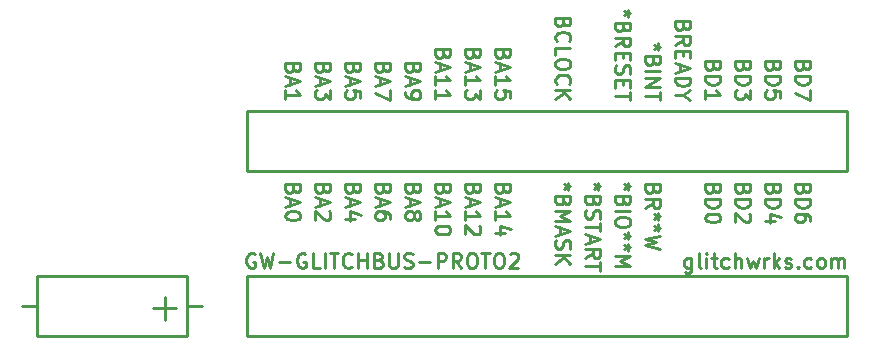
<source format=gbr>
G04 #@! TF.GenerationSoftware,KiCad,Pcbnew,5.1.2*
G04 #@! TF.CreationDate,2020-03-26T11:17:15-04:00*
G04 #@! TF.ProjectId,gw-glitchbus-proto2,67772d67-6c69-4746-9368-6275732d7072,rev?*
G04 #@! TF.SameCoordinates,Original*
G04 #@! TF.FileFunction,Legend,Top*
G04 #@! TF.FilePolarity,Positive*
%FSLAX46Y46*%
G04 Gerber Fmt 4.6, Leading zero omitted, Abs format (unit mm)*
G04 Created by KiCad (PCBNEW 5.1.2) date 2020-03-26 11:17:15*
%MOMM*%
%LPD*%
G04 APERTURE LIST*
%ADD10C,0.254000*%
G04 APERTURE END LIST*
D10*
X176046190Y-147047857D02*
X176046190Y-148075952D01*
X175985714Y-148196904D01*
X175925238Y-148257380D01*
X175804285Y-148317857D01*
X175622857Y-148317857D01*
X175501904Y-148257380D01*
X176046190Y-147834047D02*
X175925238Y-147894523D01*
X175683333Y-147894523D01*
X175562380Y-147834047D01*
X175501904Y-147773571D01*
X175441428Y-147652619D01*
X175441428Y-147289761D01*
X175501904Y-147168809D01*
X175562380Y-147108333D01*
X175683333Y-147047857D01*
X175925238Y-147047857D01*
X176046190Y-147108333D01*
X176832380Y-147894523D02*
X176711428Y-147834047D01*
X176650952Y-147713095D01*
X176650952Y-146624523D01*
X177316190Y-147894523D02*
X177316190Y-147047857D01*
X177316190Y-146624523D02*
X177255714Y-146685000D01*
X177316190Y-146745476D01*
X177376666Y-146685000D01*
X177316190Y-146624523D01*
X177316190Y-146745476D01*
X177739523Y-147047857D02*
X178223333Y-147047857D01*
X177920952Y-146624523D02*
X177920952Y-147713095D01*
X177981428Y-147834047D01*
X178102380Y-147894523D01*
X178223333Y-147894523D01*
X179190952Y-147834047D02*
X179070000Y-147894523D01*
X178828095Y-147894523D01*
X178707142Y-147834047D01*
X178646666Y-147773571D01*
X178586190Y-147652619D01*
X178586190Y-147289761D01*
X178646666Y-147168809D01*
X178707142Y-147108333D01*
X178828095Y-147047857D01*
X179070000Y-147047857D01*
X179190952Y-147108333D01*
X179735238Y-147894523D02*
X179735238Y-146624523D01*
X180279523Y-147894523D02*
X180279523Y-147229285D01*
X180219047Y-147108333D01*
X180098095Y-147047857D01*
X179916666Y-147047857D01*
X179795714Y-147108333D01*
X179735238Y-147168809D01*
X180763333Y-147047857D02*
X181005238Y-147894523D01*
X181247142Y-147289761D01*
X181489047Y-147894523D01*
X181730952Y-147047857D01*
X182214761Y-147894523D02*
X182214761Y-147047857D01*
X182214761Y-147289761D02*
X182275238Y-147168809D01*
X182335714Y-147108333D01*
X182456666Y-147047857D01*
X182577619Y-147047857D01*
X183000952Y-147894523D02*
X183000952Y-146624523D01*
X183121904Y-147410714D02*
X183484761Y-147894523D01*
X183484761Y-147047857D02*
X183000952Y-147531666D01*
X183968571Y-147834047D02*
X184089523Y-147894523D01*
X184331428Y-147894523D01*
X184452380Y-147834047D01*
X184512857Y-147713095D01*
X184512857Y-147652619D01*
X184452380Y-147531666D01*
X184331428Y-147471190D01*
X184150000Y-147471190D01*
X184029047Y-147410714D01*
X183968571Y-147289761D01*
X183968571Y-147229285D01*
X184029047Y-147108333D01*
X184150000Y-147047857D01*
X184331428Y-147047857D01*
X184452380Y-147108333D01*
X185057142Y-147773571D02*
X185117619Y-147834047D01*
X185057142Y-147894523D01*
X184996666Y-147834047D01*
X185057142Y-147773571D01*
X185057142Y-147894523D01*
X186206190Y-147834047D02*
X186085238Y-147894523D01*
X185843333Y-147894523D01*
X185722380Y-147834047D01*
X185661904Y-147773571D01*
X185601428Y-147652619D01*
X185601428Y-147289761D01*
X185661904Y-147168809D01*
X185722380Y-147108333D01*
X185843333Y-147047857D01*
X186085238Y-147047857D01*
X186206190Y-147108333D01*
X186931904Y-147894523D02*
X186810952Y-147834047D01*
X186750476Y-147773571D01*
X186690000Y-147652619D01*
X186690000Y-147289761D01*
X186750476Y-147168809D01*
X186810952Y-147108333D01*
X186931904Y-147047857D01*
X187113333Y-147047857D01*
X187234285Y-147108333D01*
X187294761Y-147168809D01*
X187355238Y-147289761D01*
X187355238Y-147652619D01*
X187294761Y-147773571D01*
X187234285Y-147834047D01*
X187113333Y-147894523D01*
X186931904Y-147894523D01*
X187899523Y-147894523D02*
X187899523Y-147047857D01*
X187899523Y-147168809D02*
X187960000Y-147108333D01*
X188080952Y-147047857D01*
X188262380Y-147047857D01*
X188383333Y-147108333D01*
X188443809Y-147229285D01*
X188443809Y-147894523D01*
X188443809Y-147229285D02*
X188504285Y-147108333D01*
X188625238Y-147047857D01*
X188806666Y-147047857D01*
X188927619Y-147108333D01*
X188988095Y-147229285D01*
X188988095Y-147894523D01*
X139065000Y-146685000D02*
X138944047Y-146624523D01*
X138762619Y-146624523D01*
X138581190Y-146685000D01*
X138460238Y-146805952D01*
X138399761Y-146926904D01*
X138339285Y-147168809D01*
X138339285Y-147350238D01*
X138399761Y-147592142D01*
X138460238Y-147713095D01*
X138581190Y-147834047D01*
X138762619Y-147894523D01*
X138883571Y-147894523D01*
X139065000Y-147834047D01*
X139125476Y-147773571D01*
X139125476Y-147350238D01*
X138883571Y-147350238D01*
X139548809Y-146624523D02*
X139851190Y-147894523D01*
X140093095Y-146987380D01*
X140335000Y-147894523D01*
X140637380Y-146624523D01*
X141121190Y-147410714D02*
X142088809Y-147410714D01*
X143358809Y-146685000D02*
X143237857Y-146624523D01*
X143056428Y-146624523D01*
X142875000Y-146685000D01*
X142754047Y-146805952D01*
X142693571Y-146926904D01*
X142633095Y-147168809D01*
X142633095Y-147350238D01*
X142693571Y-147592142D01*
X142754047Y-147713095D01*
X142875000Y-147834047D01*
X143056428Y-147894523D01*
X143177380Y-147894523D01*
X143358809Y-147834047D01*
X143419285Y-147773571D01*
X143419285Y-147350238D01*
X143177380Y-147350238D01*
X144568333Y-147894523D02*
X143963571Y-147894523D01*
X143963571Y-146624523D01*
X144991666Y-147894523D02*
X144991666Y-146624523D01*
X145415000Y-146624523D02*
X146140714Y-146624523D01*
X145777857Y-147894523D02*
X145777857Y-146624523D01*
X147289761Y-147773571D02*
X147229285Y-147834047D01*
X147047857Y-147894523D01*
X146926904Y-147894523D01*
X146745476Y-147834047D01*
X146624523Y-147713095D01*
X146564047Y-147592142D01*
X146503571Y-147350238D01*
X146503571Y-147168809D01*
X146564047Y-146926904D01*
X146624523Y-146805952D01*
X146745476Y-146685000D01*
X146926904Y-146624523D01*
X147047857Y-146624523D01*
X147229285Y-146685000D01*
X147289761Y-146745476D01*
X147834047Y-147894523D02*
X147834047Y-146624523D01*
X147834047Y-147229285D02*
X148559761Y-147229285D01*
X148559761Y-147894523D02*
X148559761Y-146624523D01*
X149587857Y-147229285D02*
X149769285Y-147289761D01*
X149829761Y-147350238D01*
X149890238Y-147471190D01*
X149890238Y-147652619D01*
X149829761Y-147773571D01*
X149769285Y-147834047D01*
X149648333Y-147894523D01*
X149164523Y-147894523D01*
X149164523Y-146624523D01*
X149587857Y-146624523D01*
X149708809Y-146685000D01*
X149769285Y-146745476D01*
X149829761Y-146866428D01*
X149829761Y-146987380D01*
X149769285Y-147108333D01*
X149708809Y-147168809D01*
X149587857Y-147229285D01*
X149164523Y-147229285D01*
X150434523Y-146624523D02*
X150434523Y-147652619D01*
X150495000Y-147773571D01*
X150555476Y-147834047D01*
X150676428Y-147894523D01*
X150918333Y-147894523D01*
X151039285Y-147834047D01*
X151099761Y-147773571D01*
X151160238Y-147652619D01*
X151160238Y-146624523D01*
X151704523Y-147834047D02*
X151885952Y-147894523D01*
X152188333Y-147894523D01*
X152309285Y-147834047D01*
X152369761Y-147773571D01*
X152430238Y-147652619D01*
X152430238Y-147531666D01*
X152369761Y-147410714D01*
X152309285Y-147350238D01*
X152188333Y-147289761D01*
X151946428Y-147229285D01*
X151825476Y-147168809D01*
X151765000Y-147108333D01*
X151704523Y-146987380D01*
X151704523Y-146866428D01*
X151765000Y-146745476D01*
X151825476Y-146685000D01*
X151946428Y-146624523D01*
X152248809Y-146624523D01*
X152430238Y-146685000D01*
X152974523Y-147410714D02*
X153942142Y-147410714D01*
X154546904Y-147894523D02*
X154546904Y-146624523D01*
X155030714Y-146624523D01*
X155151666Y-146685000D01*
X155212142Y-146745476D01*
X155272619Y-146866428D01*
X155272619Y-147047857D01*
X155212142Y-147168809D01*
X155151666Y-147229285D01*
X155030714Y-147289761D01*
X154546904Y-147289761D01*
X156542619Y-147894523D02*
X156119285Y-147289761D01*
X155816904Y-147894523D02*
X155816904Y-146624523D01*
X156300714Y-146624523D01*
X156421666Y-146685000D01*
X156482142Y-146745476D01*
X156542619Y-146866428D01*
X156542619Y-147047857D01*
X156482142Y-147168809D01*
X156421666Y-147229285D01*
X156300714Y-147289761D01*
X155816904Y-147289761D01*
X157328809Y-146624523D02*
X157570714Y-146624523D01*
X157691666Y-146685000D01*
X157812619Y-146805952D01*
X157873095Y-147047857D01*
X157873095Y-147471190D01*
X157812619Y-147713095D01*
X157691666Y-147834047D01*
X157570714Y-147894523D01*
X157328809Y-147894523D01*
X157207857Y-147834047D01*
X157086904Y-147713095D01*
X157026428Y-147471190D01*
X157026428Y-147047857D01*
X157086904Y-146805952D01*
X157207857Y-146685000D01*
X157328809Y-146624523D01*
X158235952Y-146624523D02*
X158961666Y-146624523D01*
X158598809Y-147894523D02*
X158598809Y-146624523D01*
X159626904Y-146624523D02*
X159868809Y-146624523D01*
X159989761Y-146685000D01*
X160110714Y-146805952D01*
X160171190Y-147047857D01*
X160171190Y-147471190D01*
X160110714Y-147713095D01*
X159989761Y-147834047D01*
X159868809Y-147894523D01*
X159626904Y-147894523D01*
X159505952Y-147834047D01*
X159385000Y-147713095D01*
X159324523Y-147471190D01*
X159324523Y-147047857D01*
X159385000Y-146805952D01*
X159505952Y-146685000D01*
X159626904Y-146624523D01*
X160655000Y-146745476D02*
X160715476Y-146685000D01*
X160836428Y-146624523D01*
X161138809Y-146624523D01*
X161259761Y-146685000D01*
X161320238Y-146745476D01*
X161380714Y-146866428D01*
X161380714Y-146987380D01*
X161320238Y-147168809D01*
X160594523Y-147894523D01*
X161380714Y-147894523D01*
X185510714Y-130796090D02*
X185450238Y-130977519D01*
X185389761Y-131037995D01*
X185268809Y-131098471D01*
X185087380Y-131098471D01*
X184966428Y-131037995D01*
X184905952Y-130977519D01*
X184845476Y-130856566D01*
X184845476Y-130372757D01*
X186115476Y-130372757D01*
X186115476Y-130796090D01*
X186055000Y-130917042D01*
X185994523Y-130977519D01*
X185873571Y-131037995D01*
X185752619Y-131037995D01*
X185631666Y-130977519D01*
X185571190Y-130917042D01*
X185510714Y-130796090D01*
X185510714Y-130372757D01*
X184845476Y-131642757D02*
X186115476Y-131642757D01*
X186115476Y-131945138D01*
X186055000Y-132126566D01*
X185934047Y-132247519D01*
X185813095Y-132307995D01*
X185571190Y-132368471D01*
X185389761Y-132368471D01*
X185147857Y-132307995D01*
X185026904Y-132247519D01*
X184905952Y-132126566D01*
X184845476Y-131945138D01*
X184845476Y-131642757D01*
X186115476Y-132791804D02*
X186115476Y-133638471D01*
X184845476Y-133094185D01*
X182970714Y-130796090D02*
X182910238Y-130977519D01*
X182849761Y-131037995D01*
X182728809Y-131098471D01*
X182547380Y-131098471D01*
X182426428Y-131037995D01*
X182365952Y-130977519D01*
X182305476Y-130856566D01*
X182305476Y-130372757D01*
X183575476Y-130372757D01*
X183575476Y-130796090D01*
X183515000Y-130917042D01*
X183454523Y-130977519D01*
X183333571Y-131037995D01*
X183212619Y-131037995D01*
X183091666Y-130977519D01*
X183031190Y-130917042D01*
X182970714Y-130796090D01*
X182970714Y-130372757D01*
X182305476Y-131642757D02*
X183575476Y-131642757D01*
X183575476Y-131945138D01*
X183515000Y-132126566D01*
X183394047Y-132247519D01*
X183273095Y-132307995D01*
X183031190Y-132368471D01*
X182849761Y-132368471D01*
X182607857Y-132307995D01*
X182486904Y-132247519D01*
X182365952Y-132126566D01*
X182305476Y-131945138D01*
X182305476Y-131642757D01*
X183575476Y-133517519D02*
X183575476Y-132912757D01*
X182970714Y-132852280D01*
X183031190Y-132912757D01*
X183091666Y-133033709D01*
X183091666Y-133336090D01*
X183031190Y-133457042D01*
X182970714Y-133517519D01*
X182849761Y-133577995D01*
X182547380Y-133577995D01*
X182426428Y-133517519D01*
X182365952Y-133457042D01*
X182305476Y-133336090D01*
X182305476Y-133033709D01*
X182365952Y-132912757D01*
X182426428Y-132852280D01*
X180430714Y-130796090D02*
X180370238Y-130977519D01*
X180309761Y-131037995D01*
X180188809Y-131098471D01*
X180007380Y-131098471D01*
X179886428Y-131037995D01*
X179825952Y-130977519D01*
X179765476Y-130856566D01*
X179765476Y-130372757D01*
X181035476Y-130372757D01*
X181035476Y-130796090D01*
X180975000Y-130917042D01*
X180914523Y-130977519D01*
X180793571Y-131037995D01*
X180672619Y-131037995D01*
X180551666Y-130977519D01*
X180491190Y-130917042D01*
X180430714Y-130796090D01*
X180430714Y-130372757D01*
X179765476Y-131642757D02*
X181035476Y-131642757D01*
X181035476Y-131945138D01*
X180975000Y-132126566D01*
X180854047Y-132247519D01*
X180733095Y-132307995D01*
X180491190Y-132368471D01*
X180309761Y-132368471D01*
X180067857Y-132307995D01*
X179946904Y-132247519D01*
X179825952Y-132126566D01*
X179765476Y-131945138D01*
X179765476Y-131642757D01*
X181035476Y-132791804D02*
X181035476Y-133577995D01*
X180551666Y-133154661D01*
X180551666Y-133336090D01*
X180491190Y-133457042D01*
X180430714Y-133517519D01*
X180309761Y-133577995D01*
X180007380Y-133577995D01*
X179886428Y-133517519D01*
X179825952Y-133457042D01*
X179765476Y-133336090D01*
X179765476Y-132973233D01*
X179825952Y-132852280D01*
X179886428Y-132791804D01*
X177890714Y-130796090D02*
X177830238Y-130977519D01*
X177769761Y-131037995D01*
X177648809Y-131098471D01*
X177467380Y-131098471D01*
X177346428Y-131037995D01*
X177285952Y-130977519D01*
X177225476Y-130856566D01*
X177225476Y-130372757D01*
X178495476Y-130372757D01*
X178495476Y-130796090D01*
X178435000Y-130917042D01*
X178374523Y-130977519D01*
X178253571Y-131037995D01*
X178132619Y-131037995D01*
X178011666Y-130977519D01*
X177951190Y-130917042D01*
X177890714Y-130796090D01*
X177890714Y-130372757D01*
X177225476Y-131642757D02*
X178495476Y-131642757D01*
X178495476Y-131945138D01*
X178435000Y-132126566D01*
X178314047Y-132247519D01*
X178193095Y-132307995D01*
X177951190Y-132368471D01*
X177769761Y-132368471D01*
X177527857Y-132307995D01*
X177406904Y-132247519D01*
X177285952Y-132126566D01*
X177225476Y-131945138D01*
X177225476Y-131642757D01*
X177225476Y-133577995D02*
X177225476Y-132852280D01*
X177225476Y-133215138D02*
X178495476Y-133215138D01*
X178314047Y-133094185D01*
X178193095Y-132973233D01*
X178132619Y-132852280D01*
X175350714Y-127409423D02*
X175290238Y-127590852D01*
X175229761Y-127651328D01*
X175108809Y-127711804D01*
X174927380Y-127711804D01*
X174806428Y-127651328D01*
X174745952Y-127590852D01*
X174685476Y-127469900D01*
X174685476Y-126986090D01*
X175955476Y-126986090D01*
X175955476Y-127409423D01*
X175895000Y-127530376D01*
X175834523Y-127590852D01*
X175713571Y-127651328D01*
X175592619Y-127651328D01*
X175471666Y-127590852D01*
X175411190Y-127530376D01*
X175350714Y-127409423D01*
X175350714Y-126986090D01*
X174685476Y-128981804D02*
X175290238Y-128558471D01*
X174685476Y-128256090D02*
X175955476Y-128256090D01*
X175955476Y-128739900D01*
X175895000Y-128860852D01*
X175834523Y-128921328D01*
X175713571Y-128981804D01*
X175532142Y-128981804D01*
X175411190Y-128921328D01*
X175350714Y-128860852D01*
X175290238Y-128739900D01*
X175290238Y-128256090D01*
X175350714Y-129526090D02*
X175350714Y-129949423D01*
X174685476Y-130130852D02*
X174685476Y-129526090D01*
X175955476Y-129526090D01*
X175955476Y-130130852D01*
X175048333Y-130614661D02*
X175048333Y-131219423D01*
X174685476Y-130493709D02*
X175955476Y-130917042D01*
X174685476Y-131340376D01*
X174685476Y-131763709D02*
X175955476Y-131763709D01*
X175955476Y-132066090D01*
X175895000Y-132247519D01*
X175774047Y-132368471D01*
X175653095Y-132428947D01*
X175411190Y-132489423D01*
X175229761Y-132489423D01*
X174987857Y-132428947D01*
X174866904Y-132368471D01*
X174745952Y-132247519D01*
X174685476Y-132066090D01*
X174685476Y-131763709D01*
X175290238Y-133275614D02*
X174685476Y-133275614D01*
X175955476Y-132852280D02*
X175290238Y-133275614D01*
X175955476Y-133698947D01*
X173415476Y-129163233D02*
X173113095Y-129163233D01*
X173234047Y-128860852D02*
X173113095Y-129163233D01*
X173234047Y-129465614D01*
X172871190Y-128981804D02*
X173113095Y-129163233D01*
X172871190Y-129344661D01*
X172810714Y-130372757D02*
X172750238Y-130554185D01*
X172689761Y-130614661D01*
X172568809Y-130675138D01*
X172387380Y-130675138D01*
X172266428Y-130614661D01*
X172205952Y-130554185D01*
X172145476Y-130433233D01*
X172145476Y-129949423D01*
X173415476Y-129949423D01*
X173415476Y-130372757D01*
X173355000Y-130493709D01*
X173294523Y-130554185D01*
X173173571Y-130614661D01*
X173052619Y-130614661D01*
X172931666Y-130554185D01*
X172871190Y-130493709D01*
X172810714Y-130372757D01*
X172810714Y-129949423D01*
X172145476Y-131219423D02*
X173415476Y-131219423D01*
X172145476Y-131824185D02*
X173415476Y-131824185D01*
X172145476Y-132549900D01*
X173415476Y-132549900D01*
X173415476Y-132973233D02*
X173415476Y-133698947D01*
X172145476Y-133336090D02*
X173415476Y-133336090D01*
X165190714Y-127107042D02*
X165130238Y-127288471D01*
X165069761Y-127348947D01*
X164948809Y-127409423D01*
X164767380Y-127409423D01*
X164646428Y-127348947D01*
X164585952Y-127288471D01*
X164525476Y-127167519D01*
X164525476Y-126683709D01*
X165795476Y-126683709D01*
X165795476Y-127107042D01*
X165735000Y-127227995D01*
X165674523Y-127288471D01*
X165553571Y-127348947D01*
X165432619Y-127348947D01*
X165311666Y-127288471D01*
X165251190Y-127227995D01*
X165190714Y-127107042D01*
X165190714Y-126683709D01*
X164646428Y-128679423D02*
X164585952Y-128618947D01*
X164525476Y-128437519D01*
X164525476Y-128316566D01*
X164585952Y-128135138D01*
X164706904Y-128014185D01*
X164827857Y-127953709D01*
X165069761Y-127893233D01*
X165251190Y-127893233D01*
X165493095Y-127953709D01*
X165614047Y-128014185D01*
X165735000Y-128135138D01*
X165795476Y-128316566D01*
X165795476Y-128437519D01*
X165735000Y-128618947D01*
X165674523Y-128679423D01*
X164525476Y-129828471D02*
X164525476Y-129223709D01*
X165795476Y-129223709D01*
X165795476Y-130493709D02*
X165795476Y-130735614D01*
X165735000Y-130856566D01*
X165614047Y-130977519D01*
X165372142Y-131037995D01*
X164948809Y-131037995D01*
X164706904Y-130977519D01*
X164585952Y-130856566D01*
X164525476Y-130735614D01*
X164525476Y-130493709D01*
X164585952Y-130372757D01*
X164706904Y-130251804D01*
X164948809Y-130191328D01*
X165372142Y-130191328D01*
X165614047Y-130251804D01*
X165735000Y-130372757D01*
X165795476Y-130493709D01*
X164646428Y-132307995D02*
X164585952Y-132247519D01*
X164525476Y-132066090D01*
X164525476Y-131945138D01*
X164585952Y-131763709D01*
X164706904Y-131642757D01*
X164827857Y-131582280D01*
X165069761Y-131521804D01*
X165251190Y-131521804D01*
X165493095Y-131582280D01*
X165614047Y-131642757D01*
X165735000Y-131763709D01*
X165795476Y-131945138D01*
X165795476Y-132066090D01*
X165735000Y-132247519D01*
X165674523Y-132307995D01*
X164525476Y-132852280D02*
X165795476Y-132852280D01*
X164525476Y-133577995D02*
X165251190Y-133033709D01*
X165795476Y-133577995D02*
X165069761Y-132852280D01*
X160110714Y-129767995D02*
X160050238Y-129949423D01*
X159989761Y-130009900D01*
X159868809Y-130070376D01*
X159687380Y-130070376D01*
X159566428Y-130009900D01*
X159505952Y-129949423D01*
X159445476Y-129828471D01*
X159445476Y-129344661D01*
X160715476Y-129344661D01*
X160715476Y-129767995D01*
X160655000Y-129888947D01*
X160594523Y-129949423D01*
X160473571Y-130009900D01*
X160352619Y-130009900D01*
X160231666Y-129949423D01*
X160171190Y-129888947D01*
X160110714Y-129767995D01*
X160110714Y-129344661D01*
X159808333Y-130554185D02*
X159808333Y-131158947D01*
X159445476Y-130433233D02*
X160715476Y-130856566D01*
X159445476Y-131279900D01*
X159445476Y-132368471D02*
X159445476Y-131642757D01*
X159445476Y-132005614D02*
X160715476Y-132005614D01*
X160534047Y-131884661D01*
X160413095Y-131763709D01*
X160352619Y-131642757D01*
X160715476Y-133517519D02*
X160715476Y-132912757D01*
X160110714Y-132852280D01*
X160171190Y-132912757D01*
X160231666Y-133033709D01*
X160231666Y-133336090D01*
X160171190Y-133457042D01*
X160110714Y-133517519D01*
X159989761Y-133577995D01*
X159687380Y-133577995D01*
X159566428Y-133517519D01*
X159505952Y-133457042D01*
X159445476Y-133336090D01*
X159445476Y-133033709D01*
X159505952Y-132912757D01*
X159566428Y-132852280D01*
X157570714Y-129767995D02*
X157510238Y-129949423D01*
X157449761Y-130009900D01*
X157328809Y-130070376D01*
X157147380Y-130070376D01*
X157026428Y-130009900D01*
X156965952Y-129949423D01*
X156905476Y-129828471D01*
X156905476Y-129344661D01*
X158175476Y-129344661D01*
X158175476Y-129767995D01*
X158115000Y-129888947D01*
X158054523Y-129949423D01*
X157933571Y-130009900D01*
X157812619Y-130009900D01*
X157691666Y-129949423D01*
X157631190Y-129888947D01*
X157570714Y-129767995D01*
X157570714Y-129344661D01*
X157268333Y-130554185D02*
X157268333Y-131158947D01*
X156905476Y-130433233D02*
X158175476Y-130856566D01*
X156905476Y-131279900D01*
X156905476Y-132368471D02*
X156905476Y-131642757D01*
X156905476Y-132005614D02*
X158175476Y-132005614D01*
X157994047Y-131884661D01*
X157873095Y-131763709D01*
X157812619Y-131642757D01*
X158175476Y-132791804D02*
X158175476Y-133577995D01*
X157691666Y-133154661D01*
X157691666Y-133336090D01*
X157631190Y-133457042D01*
X157570714Y-133517519D01*
X157449761Y-133577995D01*
X157147380Y-133577995D01*
X157026428Y-133517519D01*
X156965952Y-133457042D01*
X156905476Y-133336090D01*
X156905476Y-132973233D01*
X156965952Y-132852280D01*
X157026428Y-132791804D01*
X155030714Y-129767995D02*
X154970238Y-129949423D01*
X154909761Y-130009900D01*
X154788809Y-130070376D01*
X154607380Y-130070376D01*
X154486428Y-130009900D01*
X154425952Y-129949423D01*
X154365476Y-129828471D01*
X154365476Y-129344661D01*
X155635476Y-129344661D01*
X155635476Y-129767995D01*
X155575000Y-129888947D01*
X155514523Y-129949423D01*
X155393571Y-130009900D01*
X155272619Y-130009900D01*
X155151666Y-129949423D01*
X155091190Y-129888947D01*
X155030714Y-129767995D01*
X155030714Y-129344661D01*
X154728333Y-130554185D02*
X154728333Y-131158947D01*
X154365476Y-130433233D02*
X155635476Y-130856566D01*
X154365476Y-131279900D01*
X154365476Y-132368471D02*
X154365476Y-131642757D01*
X154365476Y-132005614D02*
X155635476Y-132005614D01*
X155454047Y-131884661D01*
X155333095Y-131763709D01*
X155272619Y-131642757D01*
X154365476Y-133577995D02*
X154365476Y-132852280D01*
X154365476Y-133215138D02*
X155635476Y-133215138D01*
X155454047Y-133094185D01*
X155333095Y-132973233D01*
X155272619Y-132852280D01*
X152490714Y-130977519D02*
X152430238Y-131158947D01*
X152369761Y-131219423D01*
X152248809Y-131279900D01*
X152067380Y-131279900D01*
X151946428Y-131219423D01*
X151885952Y-131158947D01*
X151825476Y-131037995D01*
X151825476Y-130554185D01*
X153095476Y-130554185D01*
X153095476Y-130977519D01*
X153035000Y-131098471D01*
X152974523Y-131158947D01*
X152853571Y-131219423D01*
X152732619Y-131219423D01*
X152611666Y-131158947D01*
X152551190Y-131098471D01*
X152490714Y-130977519D01*
X152490714Y-130554185D01*
X152188333Y-131763709D02*
X152188333Y-132368471D01*
X151825476Y-131642757D02*
X153095476Y-132066090D01*
X151825476Y-132489423D01*
X151825476Y-132973233D02*
X151825476Y-133215138D01*
X151885952Y-133336090D01*
X151946428Y-133396566D01*
X152127857Y-133517519D01*
X152369761Y-133577995D01*
X152853571Y-133577995D01*
X152974523Y-133517519D01*
X153035000Y-133457042D01*
X153095476Y-133336090D01*
X153095476Y-133094185D01*
X153035000Y-132973233D01*
X152974523Y-132912757D01*
X152853571Y-132852280D01*
X152551190Y-132852280D01*
X152430238Y-132912757D01*
X152369761Y-132973233D01*
X152309285Y-133094185D01*
X152309285Y-133336090D01*
X152369761Y-133457042D01*
X152430238Y-133517519D01*
X152551190Y-133577995D01*
X149950714Y-130977519D02*
X149890238Y-131158947D01*
X149829761Y-131219423D01*
X149708809Y-131279900D01*
X149527380Y-131279900D01*
X149406428Y-131219423D01*
X149345952Y-131158947D01*
X149285476Y-131037995D01*
X149285476Y-130554185D01*
X150555476Y-130554185D01*
X150555476Y-130977519D01*
X150495000Y-131098471D01*
X150434523Y-131158947D01*
X150313571Y-131219423D01*
X150192619Y-131219423D01*
X150071666Y-131158947D01*
X150011190Y-131098471D01*
X149950714Y-130977519D01*
X149950714Y-130554185D01*
X149648333Y-131763709D02*
X149648333Y-132368471D01*
X149285476Y-131642757D02*
X150555476Y-132066090D01*
X149285476Y-132489423D01*
X150555476Y-132791804D02*
X150555476Y-133638471D01*
X149285476Y-133094185D01*
X147410714Y-130977519D02*
X147350238Y-131158947D01*
X147289761Y-131219423D01*
X147168809Y-131279900D01*
X146987380Y-131279900D01*
X146866428Y-131219423D01*
X146805952Y-131158947D01*
X146745476Y-131037995D01*
X146745476Y-130554185D01*
X148015476Y-130554185D01*
X148015476Y-130977519D01*
X147955000Y-131098471D01*
X147894523Y-131158947D01*
X147773571Y-131219423D01*
X147652619Y-131219423D01*
X147531666Y-131158947D01*
X147471190Y-131098471D01*
X147410714Y-130977519D01*
X147410714Y-130554185D01*
X147108333Y-131763709D02*
X147108333Y-132368471D01*
X146745476Y-131642757D02*
X148015476Y-132066090D01*
X146745476Y-132489423D01*
X148015476Y-133517519D02*
X148015476Y-132912757D01*
X147410714Y-132852280D01*
X147471190Y-132912757D01*
X147531666Y-133033709D01*
X147531666Y-133336090D01*
X147471190Y-133457042D01*
X147410714Y-133517519D01*
X147289761Y-133577995D01*
X146987380Y-133577995D01*
X146866428Y-133517519D01*
X146805952Y-133457042D01*
X146745476Y-133336090D01*
X146745476Y-133033709D01*
X146805952Y-132912757D01*
X146866428Y-132852280D01*
X144870714Y-130977519D02*
X144810238Y-131158947D01*
X144749761Y-131219423D01*
X144628809Y-131279900D01*
X144447380Y-131279900D01*
X144326428Y-131219423D01*
X144265952Y-131158947D01*
X144205476Y-131037995D01*
X144205476Y-130554185D01*
X145475476Y-130554185D01*
X145475476Y-130977519D01*
X145415000Y-131098471D01*
X145354523Y-131158947D01*
X145233571Y-131219423D01*
X145112619Y-131219423D01*
X144991666Y-131158947D01*
X144931190Y-131098471D01*
X144870714Y-130977519D01*
X144870714Y-130554185D01*
X144568333Y-131763709D02*
X144568333Y-132368471D01*
X144205476Y-131642757D02*
X145475476Y-132066090D01*
X144205476Y-132489423D01*
X145475476Y-132791804D02*
X145475476Y-133577995D01*
X144991666Y-133154661D01*
X144991666Y-133336090D01*
X144931190Y-133457042D01*
X144870714Y-133517519D01*
X144749761Y-133577995D01*
X144447380Y-133577995D01*
X144326428Y-133517519D01*
X144265952Y-133457042D01*
X144205476Y-133336090D01*
X144205476Y-132973233D01*
X144265952Y-132852280D01*
X144326428Y-132791804D01*
X142330714Y-130977519D02*
X142270238Y-131158947D01*
X142209761Y-131219423D01*
X142088809Y-131279900D01*
X141907380Y-131279900D01*
X141786428Y-131219423D01*
X141725952Y-131158947D01*
X141665476Y-131037995D01*
X141665476Y-130554185D01*
X142935476Y-130554185D01*
X142935476Y-130977519D01*
X142875000Y-131098471D01*
X142814523Y-131158947D01*
X142693571Y-131219423D01*
X142572619Y-131219423D01*
X142451666Y-131158947D01*
X142391190Y-131098471D01*
X142330714Y-130977519D01*
X142330714Y-130554185D01*
X142028333Y-131763709D02*
X142028333Y-132368471D01*
X141665476Y-131642757D02*
X142935476Y-132066090D01*
X141665476Y-132489423D01*
X141665476Y-133577995D02*
X141665476Y-132852280D01*
X141665476Y-133215138D02*
X142935476Y-133215138D01*
X142754047Y-133094185D01*
X142633095Y-132973233D01*
X142572619Y-132852280D01*
X185510714Y-141225814D02*
X185450238Y-141407242D01*
X185389761Y-141467719D01*
X185268809Y-141528195D01*
X185087380Y-141528195D01*
X184966428Y-141467719D01*
X184905952Y-141407242D01*
X184845476Y-141286290D01*
X184845476Y-140802480D01*
X186115476Y-140802480D01*
X186115476Y-141225814D01*
X186055000Y-141346766D01*
X185994523Y-141407242D01*
X185873571Y-141467719D01*
X185752619Y-141467719D01*
X185631666Y-141407242D01*
X185571190Y-141346766D01*
X185510714Y-141225814D01*
X185510714Y-140802480D01*
X184845476Y-142072480D02*
X186115476Y-142072480D01*
X186115476Y-142374861D01*
X186055000Y-142556290D01*
X185934047Y-142677242D01*
X185813095Y-142737719D01*
X185571190Y-142798195D01*
X185389761Y-142798195D01*
X185147857Y-142737719D01*
X185026904Y-142677242D01*
X184905952Y-142556290D01*
X184845476Y-142374861D01*
X184845476Y-142072480D01*
X186115476Y-143886766D02*
X186115476Y-143644861D01*
X186055000Y-143523909D01*
X185994523Y-143463433D01*
X185813095Y-143342480D01*
X185571190Y-143282004D01*
X185087380Y-143282004D01*
X184966428Y-143342480D01*
X184905952Y-143402957D01*
X184845476Y-143523909D01*
X184845476Y-143765814D01*
X184905952Y-143886766D01*
X184966428Y-143947242D01*
X185087380Y-144007719D01*
X185389761Y-144007719D01*
X185510714Y-143947242D01*
X185571190Y-143886766D01*
X185631666Y-143765814D01*
X185631666Y-143523909D01*
X185571190Y-143402957D01*
X185510714Y-143342480D01*
X185389761Y-143282004D01*
X182970714Y-141225814D02*
X182910238Y-141407242D01*
X182849761Y-141467719D01*
X182728809Y-141528195D01*
X182547380Y-141528195D01*
X182426428Y-141467719D01*
X182365952Y-141407242D01*
X182305476Y-141286290D01*
X182305476Y-140802480D01*
X183575476Y-140802480D01*
X183575476Y-141225814D01*
X183515000Y-141346766D01*
X183454523Y-141407242D01*
X183333571Y-141467719D01*
X183212619Y-141467719D01*
X183091666Y-141407242D01*
X183031190Y-141346766D01*
X182970714Y-141225814D01*
X182970714Y-140802480D01*
X182305476Y-142072480D02*
X183575476Y-142072480D01*
X183575476Y-142374861D01*
X183515000Y-142556290D01*
X183394047Y-142677242D01*
X183273095Y-142737719D01*
X183031190Y-142798195D01*
X182849761Y-142798195D01*
X182607857Y-142737719D01*
X182486904Y-142677242D01*
X182365952Y-142556290D01*
X182305476Y-142374861D01*
X182305476Y-142072480D01*
X183152142Y-143886766D02*
X182305476Y-143886766D01*
X183635952Y-143584385D02*
X182728809Y-143282004D01*
X182728809Y-144068195D01*
X180430714Y-141225814D02*
X180370238Y-141407242D01*
X180309761Y-141467719D01*
X180188809Y-141528195D01*
X180007380Y-141528195D01*
X179886428Y-141467719D01*
X179825952Y-141407242D01*
X179765476Y-141286290D01*
X179765476Y-140802480D01*
X181035476Y-140802480D01*
X181035476Y-141225814D01*
X180975000Y-141346766D01*
X180914523Y-141407242D01*
X180793571Y-141467719D01*
X180672619Y-141467719D01*
X180551666Y-141407242D01*
X180491190Y-141346766D01*
X180430714Y-141225814D01*
X180430714Y-140802480D01*
X179765476Y-142072480D02*
X181035476Y-142072480D01*
X181035476Y-142374861D01*
X180975000Y-142556290D01*
X180854047Y-142677242D01*
X180733095Y-142737719D01*
X180491190Y-142798195D01*
X180309761Y-142798195D01*
X180067857Y-142737719D01*
X179946904Y-142677242D01*
X179825952Y-142556290D01*
X179765476Y-142374861D01*
X179765476Y-142072480D01*
X180914523Y-143282004D02*
X180975000Y-143342480D01*
X181035476Y-143463433D01*
X181035476Y-143765814D01*
X180975000Y-143886766D01*
X180914523Y-143947242D01*
X180793571Y-144007719D01*
X180672619Y-144007719D01*
X180491190Y-143947242D01*
X179765476Y-143221528D01*
X179765476Y-144007719D01*
X177890714Y-141225814D02*
X177830238Y-141407242D01*
X177769761Y-141467719D01*
X177648809Y-141528195D01*
X177467380Y-141528195D01*
X177346428Y-141467719D01*
X177285952Y-141407242D01*
X177225476Y-141286290D01*
X177225476Y-140802480D01*
X178495476Y-140802480D01*
X178495476Y-141225814D01*
X178435000Y-141346766D01*
X178374523Y-141407242D01*
X178253571Y-141467719D01*
X178132619Y-141467719D01*
X178011666Y-141407242D01*
X177951190Y-141346766D01*
X177890714Y-141225814D01*
X177890714Y-140802480D01*
X177225476Y-142072480D02*
X178495476Y-142072480D01*
X178495476Y-142374861D01*
X178435000Y-142556290D01*
X178314047Y-142677242D01*
X178193095Y-142737719D01*
X177951190Y-142798195D01*
X177769761Y-142798195D01*
X177527857Y-142737719D01*
X177406904Y-142677242D01*
X177285952Y-142556290D01*
X177225476Y-142374861D01*
X177225476Y-142072480D01*
X178495476Y-143584385D02*
X178495476Y-143705338D01*
X178435000Y-143826290D01*
X178374523Y-143886766D01*
X178253571Y-143947242D01*
X178011666Y-144007719D01*
X177709285Y-144007719D01*
X177467380Y-143947242D01*
X177346428Y-143886766D01*
X177285952Y-143826290D01*
X177225476Y-143705338D01*
X177225476Y-143584385D01*
X177285952Y-143463433D01*
X177346428Y-143402957D01*
X177467380Y-143342480D01*
X177709285Y-143282004D01*
X178011666Y-143282004D01*
X178253571Y-143342480D01*
X178374523Y-143402957D01*
X178435000Y-143463433D01*
X178495476Y-143584385D01*
X172810714Y-141225814D02*
X172750238Y-141407242D01*
X172689761Y-141467719D01*
X172568809Y-141528195D01*
X172387380Y-141528195D01*
X172266428Y-141467719D01*
X172205952Y-141407242D01*
X172145476Y-141286290D01*
X172145476Y-140802480D01*
X173415476Y-140802480D01*
X173415476Y-141225814D01*
X173355000Y-141346766D01*
X173294523Y-141407242D01*
X173173571Y-141467719D01*
X173052619Y-141467719D01*
X172931666Y-141407242D01*
X172871190Y-141346766D01*
X172810714Y-141225814D01*
X172810714Y-140802480D01*
X172145476Y-142798195D02*
X172750238Y-142374861D01*
X172145476Y-142072480D02*
X173415476Y-142072480D01*
X173415476Y-142556290D01*
X173355000Y-142677242D01*
X173294523Y-142737719D01*
X173173571Y-142798195D01*
X172992142Y-142798195D01*
X172871190Y-142737719D01*
X172810714Y-142677242D01*
X172750238Y-142556290D01*
X172750238Y-142072480D01*
X173415476Y-143523909D02*
X173113095Y-143523909D01*
X173234047Y-143221528D02*
X173113095Y-143523909D01*
X173234047Y-143826290D01*
X172871190Y-143342480D02*
X173113095Y-143523909D01*
X172871190Y-143705338D01*
X173415476Y-144491528D02*
X173113095Y-144491528D01*
X173234047Y-144189147D02*
X173113095Y-144491528D01*
X173234047Y-144793909D01*
X172871190Y-144310100D02*
X173113095Y-144491528D01*
X172871190Y-144672957D01*
X173415476Y-145156766D02*
X172145476Y-145459147D01*
X173052619Y-145701052D01*
X172145476Y-145942957D01*
X173415476Y-146245338D01*
X168335476Y-140983909D02*
X168033095Y-140983909D01*
X168154047Y-140681528D02*
X168033095Y-140983909D01*
X168154047Y-141286290D01*
X167791190Y-140802480D02*
X168033095Y-140983909D01*
X167791190Y-141165338D01*
X167730714Y-142193433D02*
X167670238Y-142374861D01*
X167609761Y-142435338D01*
X167488809Y-142495814D01*
X167307380Y-142495814D01*
X167186428Y-142435338D01*
X167125952Y-142374861D01*
X167065476Y-142253909D01*
X167065476Y-141770100D01*
X168335476Y-141770100D01*
X168335476Y-142193433D01*
X168275000Y-142314385D01*
X168214523Y-142374861D01*
X168093571Y-142435338D01*
X167972619Y-142435338D01*
X167851666Y-142374861D01*
X167791190Y-142314385D01*
X167730714Y-142193433D01*
X167730714Y-141770100D01*
X167125952Y-142979623D02*
X167065476Y-143161052D01*
X167065476Y-143463433D01*
X167125952Y-143584385D01*
X167186428Y-143644861D01*
X167307380Y-143705338D01*
X167428333Y-143705338D01*
X167549285Y-143644861D01*
X167609761Y-143584385D01*
X167670238Y-143463433D01*
X167730714Y-143221528D01*
X167791190Y-143100576D01*
X167851666Y-143040100D01*
X167972619Y-142979623D01*
X168093571Y-142979623D01*
X168214523Y-143040100D01*
X168275000Y-143100576D01*
X168335476Y-143221528D01*
X168335476Y-143523909D01*
X168275000Y-143705338D01*
X168335476Y-144068195D02*
X168335476Y-144793909D01*
X167065476Y-144431052D02*
X168335476Y-144431052D01*
X167428333Y-145156766D02*
X167428333Y-145761528D01*
X167065476Y-145035814D02*
X168335476Y-145459147D01*
X167065476Y-145882480D01*
X167065476Y-147031528D02*
X167670238Y-146608195D01*
X167065476Y-146305814D02*
X168335476Y-146305814D01*
X168335476Y-146789623D01*
X168275000Y-146910576D01*
X168214523Y-146971052D01*
X168093571Y-147031528D01*
X167912142Y-147031528D01*
X167791190Y-146971052D01*
X167730714Y-146910576D01*
X167670238Y-146789623D01*
X167670238Y-146305814D01*
X168335476Y-147394385D02*
X168335476Y-148120100D01*
X167065476Y-147757242D02*
X168335476Y-147757242D01*
X160110714Y-141225814D02*
X160050238Y-141407242D01*
X159989761Y-141467719D01*
X159868809Y-141528195D01*
X159687380Y-141528195D01*
X159566428Y-141467719D01*
X159505952Y-141407242D01*
X159445476Y-141286290D01*
X159445476Y-140802480D01*
X160715476Y-140802480D01*
X160715476Y-141225814D01*
X160655000Y-141346766D01*
X160594523Y-141407242D01*
X160473571Y-141467719D01*
X160352619Y-141467719D01*
X160231666Y-141407242D01*
X160171190Y-141346766D01*
X160110714Y-141225814D01*
X160110714Y-140802480D01*
X159808333Y-142012004D02*
X159808333Y-142616766D01*
X159445476Y-141891052D02*
X160715476Y-142314385D01*
X159445476Y-142737719D01*
X159445476Y-143826290D02*
X159445476Y-143100576D01*
X159445476Y-143463433D02*
X160715476Y-143463433D01*
X160534047Y-143342480D01*
X160413095Y-143221528D01*
X160352619Y-143100576D01*
X160292142Y-144914861D02*
X159445476Y-144914861D01*
X160775952Y-144612480D02*
X159868809Y-144310100D01*
X159868809Y-145096290D01*
X157570714Y-141225814D02*
X157510238Y-141407242D01*
X157449761Y-141467719D01*
X157328809Y-141528195D01*
X157147380Y-141528195D01*
X157026428Y-141467719D01*
X156965952Y-141407242D01*
X156905476Y-141286290D01*
X156905476Y-140802480D01*
X158175476Y-140802480D01*
X158175476Y-141225814D01*
X158115000Y-141346766D01*
X158054523Y-141407242D01*
X157933571Y-141467719D01*
X157812619Y-141467719D01*
X157691666Y-141407242D01*
X157631190Y-141346766D01*
X157570714Y-141225814D01*
X157570714Y-140802480D01*
X157268333Y-142012004D02*
X157268333Y-142616766D01*
X156905476Y-141891052D02*
X158175476Y-142314385D01*
X156905476Y-142737719D01*
X156905476Y-143826290D02*
X156905476Y-143100576D01*
X156905476Y-143463433D02*
X158175476Y-143463433D01*
X157994047Y-143342480D01*
X157873095Y-143221528D01*
X157812619Y-143100576D01*
X158054523Y-144310100D02*
X158115000Y-144370576D01*
X158175476Y-144491528D01*
X158175476Y-144793909D01*
X158115000Y-144914861D01*
X158054523Y-144975338D01*
X157933571Y-145035814D01*
X157812619Y-145035814D01*
X157631190Y-144975338D01*
X156905476Y-144249623D01*
X156905476Y-145035814D01*
X155030714Y-141225814D02*
X154970238Y-141407242D01*
X154909761Y-141467719D01*
X154788809Y-141528195D01*
X154607380Y-141528195D01*
X154486428Y-141467719D01*
X154425952Y-141407242D01*
X154365476Y-141286290D01*
X154365476Y-140802480D01*
X155635476Y-140802480D01*
X155635476Y-141225814D01*
X155575000Y-141346766D01*
X155514523Y-141407242D01*
X155393571Y-141467719D01*
X155272619Y-141467719D01*
X155151666Y-141407242D01*
X155091190Y-141346766D01*
X155030714Y-141225814D01*
X155030714Y-140802480D01*
X154728333Y-142012004D02*
X154728333Y-142616766D01*
X154365476Y-141891052D02*
X155635476Y-142314385D01*
X154365476Y-142737719D01*
X154365476Y-143826290D02*
X154365476Y-143100576D01*
X154365476Y-143463433D02*
X155635476Y-143463433D01*
X155454047Y-143342480D01*
X155333095Y-143221528D01*
X155272619Y-143100576D01*
X155635476Y-144612480D02*
X155635476Y-144733433D01*
X155575000Y-144854385D01*
X155514523Y-144914861D01*
X155393571Y-144975338D01*
X155151666Y-145035814D01*
X154849285Y-145035814D01*
X154607380Y-144975338D01*
X154486428Y-144914861D01*
X154425952Y-144854385D01*
X154365476Y-144733433D01*
X154365476Y-144612480D01*
X154425952Y-144491528D01*
X154486428Y-144431052D01*
X154607380Y-144370576D01*
X154849285Y-144310100D01*
X155151666Y-144310100D01*
X155393571Y-144370576D01*
X155514523Y-144431052D01*
X155575000Y-144491528D01*
X155635476Y-144612480D01*
X152490714Y-141225814D02*
X152430238Y-141407242D01*
X152369761Y-141467719D01*
X152248809Y-141528195D01*
X152067380Y-141528195D01*
X151946428Y-141467719D01*
X151885952Y-141407242D01*
X151825476Y-141286290D01*
X151825476Y-140802480D01*
X153095476Y-140802480D01*
X153095476Y-141225814D01*
X153035000Y-141346766D01*
X152974523Y-141407242D01*
X152853571Y-141467719D01*
X152732619Y-141467719D01*
X152611666Y-141407242D01*
X152551190Y-141346766D01*
X152490714Y-141225814D01*
X152490714Y-140802480D01*
X152188333Y-142012004D02*
X152188333Y-142616766D01*
X151825476Y-141891052D02*
X153095476Y-142314385D01*
X151825476Y-142737719D01*
X152551190Y-143342480D02*
X152611666Y-143221528D01*
X152672142Y-143161052D01*
X152793095Y-143100576D01*
X152853571Y-143100576D01*
X152974523Y-143161052D01*
X153035000Y-143221528D01*
X153095476Y-143342480D01*
X153095476Y-143584385D01*
X153035000Y-143705338D01*
X152974523Y-143765814D01*
X152853571Y-143826290D01*
X152793095Y-143826290D01*
X152672142Y-143765814D01*
X152611666Y-143705338D01*
X152551190Y-143584385D01*
X152551190Y-143342480D01*
X152490714Y-143221528D01*
X152430238Y-143161052D01*
X152309285Y-143100576D01*
X152067380Y-143100576D01*
X151946428Y-143161052D01*
X151885952Y-143221528D01*
X151825476Y-143342480D01*
X151825476Y-143584385D01*
X151885952Y-143705338D01*
X151946428Y-143765814D01*
X152067380Y-143826290D01*
X152309285Y-143826290D01*
X152430238Y-143765814D01*
X152490714Y-143705338D01*
X152551190Y-143584385D01*
X149950714Y-141225814D02*
X149890238Y-141407242D01*
X149829761Y-141467719D01*
X149708809Y-141528195D01*
X149527380Y-141528195D01*
X149406428Y-141467719D01*
X149345952Y-141407242D01*
X149285476Y-141286290D01*
X149285476Y-140802480D01*
X150555476Y-140802480D01*
X150555476Y-141225814D01*
X150495000Y-141346766D01*
X150434523Y-141407242D01*
X150313571Y-141467719D01*
X150192619Y-141467719D01*
X150071666Y-141407242D01*
X150011190Y-141346766D01*
X149950714Y-141225814D01*
X149950714Y-140802480D01*
X149648333Y-142012004D02*
X149648333Y-142616766D01*
X149285476Y-141891052D02*
X150555476Y-142314385D01*
X149285476Y-142737719D01*
X150555476Y-143705338D02*
X150555476Y-143463433D01*
X150495000Y-143342480D01*
X150434523Y-143282004D01*
X150253095Y-143161052D01*
X150011190Y-143100576D01*
X149527380Y-143100576D01*
X149406428Y-143161052D01*
X149345952Y-143221528D01*
X149285476Y-143342480D01*
X149285476Y-143584385D01*
X149345952Y-143705338D01*
X149406428Y-143765814D01*
X149527380Y-143826290D01*
X149829761Y-143826290D01*
X149950714Y-143765814D01*
X150011190Y-143705338D01*
X150071666Y-143584385D01*
X150071666Y-143342480D01*
X150011190Y-143221528D01*
X149950714Y-143161052D01*
X149829761Y-143100576D01*
X147410714Y-141225814D02*
X147350238Y-141407242D01*
X147289761Y-141467719D01*
X147168809Y-141528195D01*
X146987380Y-141528195D01*
X146866428Y-141467719D01*
X146805952Y-141407242D01*
X146745476Y-141286290D01*
X146745476Y-140802480D01*
X148015476Y-140802480D01*
X148015476Y-141225814D01*
X147955000Y-141346766D01*
X147894523Y-141407242D01*
X147773571Y-141467719D01*
X147652619Y-141467719D01*
X147531666Y-141407242D01*
X147471190Y-141346766D01*
X147410714Y-141225814D01*
X147410714Y-140802480D01*
X147108333Y-142012004D02*
X147108333Y-142616766D01*
X146745476Y-141891052D02*
X148015476Y-142314385D01*
X146745476Y-142737719D01*
X147592142Y-143705338D02*
X146745476Y-143705338D01*
X148075952Y-143402957D02*
X147168809Y-143100576D01*
X147168809Y-143886766D01*
X144870714Y-141225814D02*
X144810238Y-141407242D01*
X144749761Y-141467719D01*
X144628809Y-141528195D01*
X144447380Y-141528195D01*
X144326428Y-141467719D01*
X144265952Y-141407242D01*
X144205476Y-141286290D01*
X144205476Y-140802480D01*
X145475476Y-140802480D01*
X145475476Y-141225814D01*
X145415000Y-141346766D01*
X145354523Y-141407242D01*
X145233571Y-141467719D01*
X145112619Y-141467719D01*
X144991666Y-141407242D01*
X144931190Y-141346766D01*
X144870714Y-141225814D01*
X144870714Y-140802480D01*
X144568333Y-142012004D02*
X144568333Y-142616766D01*
X144205476Y-141891052D02*
X145475476Y-142314385D01*
X144205476Y-142737719D01*
X145354523Y-143100576D02*
X145415000Y-143161052D01*
X145475476Y-143282004D01*
X145475476Y-143584385D01*
X145415000Y-143705338D01*
X145354523Y-143765814D01*
X145233571Y-143826290D01*
X145112619Y-143826290D01*
X144931190Y-143765814D01*
X144205476Y-143040100D01*
X144205476Y-143826290D01*
X170875476Y-126320852D02*
X170573095Y-126320852D01*
X170694047Y-126018471D02*
X170573095Y-126320852D01*
X170694047Y-126623233D01*
X170331190Y-126139423D02*
X170573095Y-126320852D01*
X170331190Y-126502280D01*
X170270714Y-127530376D02*
X170210238Y-127711804D01*
X170149761Y-127772280D01*
X170028809Y-127832757D01*
X169847380Y-127832757D01*
X169726428Y-127772280D01*
X169665952Y-127711804D01*
X169605476Y-127590852D01*
X169605476Y-127107042D01*
X170875476Y-127107042D01*
X170875476Y-127530376D01*
X170815000Y-127651328D01*
X170754523Y-127711804D01*
X170633571Y-127772280D01*
X170512619Y-127772280D01*
X170391666Y-127711804D01*
X170331190Y-127651328D01*
X170270714Y-127530376D01*
X170270714Y-127107042D01*
X169605476Y-129102757D02*
X170210238Y-128679423D01*
X169605476Y-128377042D02*
X170875476Y-128377042D01*
X170875476Y-128860852D01*
X170815000Y-128981804D01*
X170754523Y-129042280D01*
X170633571Y-129102757D01*
X170452142Y-129102757D01*
X170331190Y-129042280D01*
X170270714Y-128981804D01*
X170210238Y-128860852D01*
X170210238Y-128377042D01*
X170270714Y-129647042D02*
X170270714Y-130070376D01*
X169605476Y-130251804D02*
X169605476Y-129647042D01*
X170875476Y-129647042D01*
X170875476Y-130251804D01*
X169665952Y-130735614D02*
X169605476Y-130917042D01*
X169605476Y-131219423D01*
X169665952Y-131340376D01*
X169726428Y-131400852D01*
X169847380Y-131461328D01*
X169968333Y-131461328D01*
X170089285Y-131400852D01*
X170149761Y-131340376D01*
X170210238Y-131219423D01*
X170270714Y-130977519D01*
X170331190Y-130856566D01*
X170391666Y-130796090D01*
X170512619Y-130735614D01*
X170633571Y-130735614D01*
X170754523Y-130796090D01*
X170815000Y-130856566D01*
X170875476Y-130977519D01*
X170875476Y-131279900D01*
X170815000Y-131461328D01*
X170270714Y-132005614D02*
X170270714Y-132428947D01*
X169605476Y-132610376D02*
X169605476Y-132005614D01*
X170875476Y-132005614D01*
X170875476Y-132610376D01*
X170875476Y-132973233D02*
X170875476Y-133698947D01*
X169605476Y-133336090D02*
X170875476Y-133336090D01*
X170875476Y-140983909D02*
X170573095Y-140983909D01*
X170694047Y-140681528D02*
X170573095Y-140983909D01*
X170694047Y-141286290D01*
X170331190Y-140802480D02*
X170573095Y-140983909D01*
X170331190Y-141165338D01*
X170270714Y-142193433D02*
X170210238Y-142374861D01*
X170149761Y-142435338D01*
X170028809Y-142495814D01*
X169847380Y-142495814D01*
X169726428Y-142435338D01*
X169665952Y-142374861D01*
X169605476Y-142253909D01*
X169605476Y-141770100D01*
X170875476Y-141770100D01*
X170875476Y-142193433D01*
X170815000Y-142314385D01*
X170754523Y-142374861D01*
X170633571Y-142435338D01*
X170512619Y-142435338D01*
X170391666Y-142374861D01*
X170331190Y-142314385D01*
X170270714Y-142193433D01*
X170270714Y-141770100D01*
X169605476Y-143040100D02*
X170875476Y-143040100D01*
X170875476Y-143886766D02*
X170875476Y-144128671D01*
X170815000Y-144249623D01*
X170694047Y-144370576D01*
X170452142Y-144431052D01*
X170028809Y-144431052D01*
X169786904Y-144370576D01*
X169665952Y-144249623D01*
X169605476Y-144128671D01*
X169605476Y-143886766D01*
X169665952Y-143765814D01*
X169786904Y-143644861D01*
X170028809Y-143584385D01*
X170452142Y-143584385D01*
X170694047Y-143644861D01*
X170815000Y-143765814D01*
X170875476Y-143886766D01*
X170875476Y-145156766D02*
X170573095Y-145156766D01*
X170694047Y-144854385D02*
X170573095Y-145156766D01*
X170694047Y-145459147D01*
X170331190Y-144975338D02*
X170573095Y-145156766D01*
X170331190Y-145338195D01*
X170875476Y-146124385D02*
X170573095Y-146124385D01*
X170694047Y-145822004D02*
X170573095Y-146124385D01*
X170694047Y-146426766D01*
X170331190Y-145942957D02*
X170573095Y-146124385D01*
X170331190Y-146305814D01*
X169605476Y-146910576D02*
X170875476Y-146910576D01*
X169968333Y-147333909D01*
X170875476Y-147757242D01*
X169605476Y-147757242D01*
X165795476Y-140983909D02*
X165493095Y-140983909D01*
X165614047Y-140681528D02*
X165493095Y-140983909D01*
X165614047Y-141286290D01*
X165251190Y-140802480D02*
X165493095Y-140983909D01*
X165251190Y-141165338D01*
X165190714Y-142193433D02*
X165130238Y-142374861D01*
X165069761Y-142435338D01*
X164948809Y-142495814D01*
X164767380Y-142495814D01*
X164646428Y-142435338D01*
X164585952Y-142374861D01*
X164525476Y-142253909D01*
X164525476Y-141770100D01*
X165795476Y-141770100D01*
X165795476Y-142193433D01*
X165735000Y-142314385D01*
X165674523Y-142374861D01*
X165553571Y-142435338D01*
X165432619Y-142435338D01*
X165311666Y-142374861D01*
X165251190Y-142314385D01*
X165190714Y-142193433D01*
X165190714Y-141770100D01*
X164525476Y-143040100D02*
X165795476Y-143040100D01*
X164888333Y-143463433D01*
X165795476Y-143886766D01*
X164525476Y-143886766D01*
X164888333Y-144431052D02*
X164888333Y-145035814D01*
X164525476Y-144310100D02*
X165795476Y-144733433D01*
X164525476Y-145156766D01*
X164585952Y-145519623D02*
X164525476Y-145701052D01*
X164525476Y-146003433D01*
X164585952Y-146124385D01*
X164646428Y-146184861D01*
X164767380Y-146245338D01*
X164888333Y-146245338D01*
X165009285Y-146184861D01*
X165069761Y-146124385D01*
X165130238Y-146003433D01*
X165190714Y-145761528D01*
X165251190Y-145640576D01*
X165311666Y-145580100D01*
X165432619Y-145519623D01*
X165553571Y-145519623D01*
X165674523Y-145580100D01*
X165735000Y-145640576D01*
X165795476Y-145761528D01*
X165795476Y-146063909D01*
X165735000Y-146245338D01*
X164525476Y-146789623D02*
X165795476Y-146789623D01*
X164525476Y-147515338D02*
X165251190Y-146971052D01*
X165795476Y-147515338D02*
X165069761Y-146789623D01*
X142330714Y-141225814D02*
X142270238Y-141407242D01*
X142209761Y-141467719D01*
X142088809Y-141528195D01*
X141907380Y-141528195D01*
X141786428Y-141467719D01*
X141725952Y-141407242D01*
X141665476Y-141286290D01*
X141665476Y-140802480D01*
X142935476Y-140802480D01*
X142935476Y-141225814D01*
X142875000Y-141346766D01*
X142814523Y-141407242D01*
X142693571Y-141467719D01*
X142572619Y-141467719D01*
X142451666Y-141407242D01*
X142391190Y-141346766D01*
X142330714Y-141225814D01*
X142330714Y-140802480D01*
X142028333Y-142012004D02*
X142028333Y-142616766D01*
X141665476Y-141891052D02*
X142935476Y-142314385D01*
X141665476Y-142737719D01*
X142935476Y-143402957D02*
X142935476Y-143523909D01*
X142875000Y-143644861D01*
X142814523Y-143705338D01*
X142693571Y-143765814D01*
X142451666Y-143826290D01*
X142149285Y-143826290D01*
X141907380Y-143765814D01*
X141786428Y-143705338D01*
X141725952Y-143644861D01*
X141665476Y-143523909D01*
X141665476Y-143402957D01*
X141725952Y-143282004D01*
X141786428Y-143221528D01*
X141907380Y-143161052D01*
X142149285Y-143100576D01*
X142451666Y-143100576D01*
X142693571Y-143161052D01*
X142814523Y-143221528D01*
X142875000Y-143282004D01*
X142935476Y-143402957D01*
X189230000Y-134620000D02*
X138430000Y-134620000D01*
X138430000Y-139700000D02*
X189230000Y-139700000D01*
X189230000Y-134620000D02*
X189230000Y-139700000D01*
X138430000Y-139700000D02*
X138430000Y-134620000D01*
X138430000Y-153670000D02*
X138430000Y-148590000D01*
X189230000Y-148590000D02*
X189230000Y-153670000D01*
X138430000Y-153670000D02*
X189230000Y-153670000D01*
X189230000Y-148590000D02*
X138430000Y-148590000D01*
X133350000Y-153670000D02*
X133350000Y-148590000D01*
X133350000Y-148590000D02*
X120650000Y-148590000D01*
X120650000Y-148590000D02*
X120650000Y-153670000D01*
X120650000Y-153670000D02*
X133350000Y-153670000D01*
X119380000Y-151130000D02*
X120650000Y-151130000D01*
X134620000Y-151130000D02*
X133350000Y-151130000D01*
X130477380Y-151311428D02*
X132412619Y-151311428D01*
X131445000Y-152279047D02*
X131445000Y-150343809D01*
M02*

</source>
